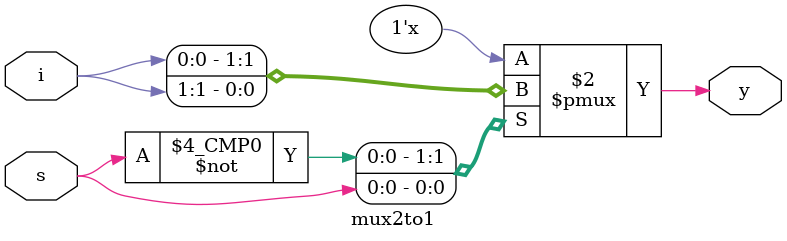
<source format=v>
`timescale 1ns / 1ps
module mux2to1(
	input [1:0] i,
	input s,
	output reg y
	);

always @ (i, s)
	case (s)
		0: y = i[0];
		1: y = i[1];
		default: y = 1'bx;
	endcase
endmodule

</source>
